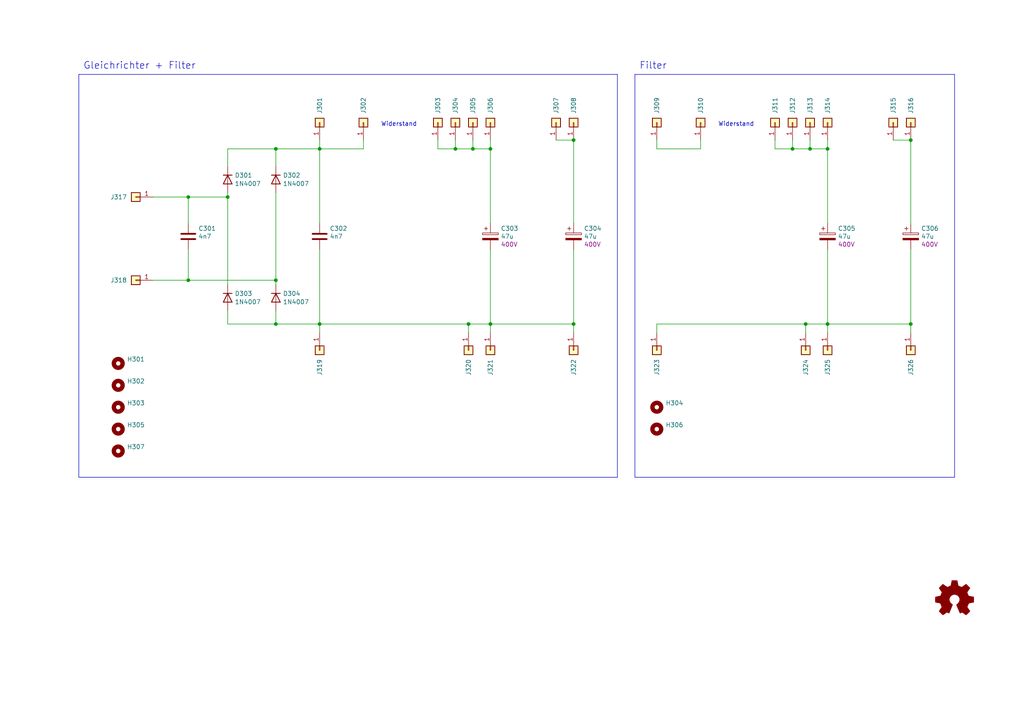
<source format=kicad_sch>
(kicad_sch (version 20230121) (generator eeschema)
  (paper "A4")
  (title_block (title "Reparaturhelfer") (date "2024-01-04") (rev "1-a") (comment 1 "Vereinfachung der Reparatur von Röhrenradios, ") (comment 2 "Erweiterung um Bluetooth."))
  (lib_symbols
    (symbol "Connector_Generic:Conn_01x01" (pin_names (offset 1.016) hide)
      (property "Reference" "J" (at 0 2.54 0))
      (property "Value" "Conn_01x01" (at 0 -2.54 0))
      (symbol "Conn_01x01_1_1"
        (rectangle (start -1.27 0.127) (end 0 -0.127) (stroke (width 0.1524)))
        (rectangle (start -1.27 1.27) (end 1.27 -1.27) (stroke (width 0.254)) (fill (type background)))
        (pin passive line (at -5.08 0 0) (length 3.81) (name "Pin_1") (number "1"))
      )
    )
    (symbol "Device:C" (pin_numbers hide) (pin_names (offset 0.254))
      (property "Reference" "C" (at 0.635 2.54 0))
      (property "Value" "C" (at 0.635 -2.54 0))
      (symbol "C_0_1"
        (polyline (pts (xy -2.032 -0.762) (xy 2.032 -0.762)) (stroke (width 0.508)))
        (polyline (pts (xy -2.032 0.762) (xy 2.032 0.762)) (stroke (width 0.508)))
      )
      (symbol "C_1_1"
        (pin passive line (at 0 3.81 270) (length 2.794) (name "~") (number "1"))
        (pin passive line (at 0 -3.81 90) (length 2.794) (name "~") (number "2"))
      )
    )
    (symbol "Device:D" (pin_numbers hide) (pin_names (offset 1.016) hide)
      (property "Reference" "D" (at 0 2.54 0))
      (property "Value" "D" (at 0 -2.54 0))
      (symbol "D_0_1"
        (polyline (pts (xy -1.27 1.27) (xy -1.27 -1.27)) (stroke (width 0.254)))
        (polyline (pts (xy 1.27 0) (xy -1.27 0)))
        (polyline (pts (xy 1.27 1.27) (xy 1.27 -1.27) (xy -1.27 0) (xy 1.27 1.27)) (stroke (width 0.254)))
      )
      (symbol "D_1_1"
        (pin passive line (at -3.81 0 0) (length 2.54) (name "K") (number "1"))
        (pin passive line (at 3.81 0 180) (length 2.54) (name "A") (number "2"))
      )
    )
    (symbol "Graphic:Logo_Open_Hardware_Small" (pin_names (offset 1.016))
      (symbol "Logo_Open_Hardware_Small_0_1"
        (polyline (pts (xy 3.3528 -4.3434) (xy 3.302 -4.318) (xy 3.175 -4.2418) (xy 2.9972 -4.1148) (xy 2.7686 -3.9624) (xy 2.54 -3.81) (xy 2.3622 -3.7084) (xy 2.2352 -3.6068) (xy 2.1844 -3.5814) (xy 2.159 -3.6068) (xy 2.0574 -3.6576) (xy 1.905 -3.7338) (xy 1.8034 -3.7846) (xy 1.6764 -3.8354) (xy 1.6002 -3.8354) (xy 1.6002 -3.8354) (xy 1.5494 -3.7338) (xy 1.4732 -3.5306) (xy 1.3462 -3.302) (xy 1.2446 -3.0226) (xy 1.1176 -2.7178) (xy 0.9652 -2.413) (xy 0.8636 -2.1082) (xy 0.7366 -1.8288) (xy 0.6604 -1.6256) (xy 0.6096 -1.4732) (xy 0.5842 -1.397) (xy 0.5842 -1.397) (xy 0.6604 -1.3208) (xy 0.7874 -1.2446) (xy 1.0414 -1.016) (xy 1.2954 -0.6858) (xy 1.4478 -0.3302) (xy 1.524 0.0762) (xy 1.4732 0.4572) (xy 1.3208 0.8128) (xy 1.0668 1.143) (xy 0.762 1.3716) (xy 0.4064 1.524) (xy 0 1.5748) (xy -0.381 1.5494) (xy -0.7366 1.397) (xy -1.0668 1.143) (xy -1.2192 0.9906) (xy -1.397 0.6604) (xy -1.524 0.3048) (xy -1.524 0.2286) (xy -1.4986 -0.1778) (xy -1.397 -0.5334) (xy -1.1938 -0.8636) (xy -0.9144 -1.143) (xy -0.8636 -1.1684) (xy -0.7366 -1.27) (xy -0.635 -1.3462) (xy -0.5842 -1.397) (xy -1.0668 -2.5908) (xy -1.143 -2.794) (xy -1.2954 -3.1242) (xy -1.397 -3.4036) (xy -1.4986 -3.6322) (xy -1.5748 -3.7846) (xy -1.6002 -3.8354) (xy -1.6002 -3.8354) (xy -1.651 -3.8354) (xy -1.7272 -3.81) (xy -1.905 -3.7338) (xy -2.0066 -3.683) (xy -2.1336 -3.6068) (xy -2.2098 -3.5814) (xy -2.2606 -3.6068) (xy -2.3622 -3.683) (xy -2.54 -3.81) (xy -2.7686 -3.9624) (xy -2.9718 -4.0894) (xy -3.1496 -4.2164) (xy -3.302 -4.318) (xy -3.3528 -4.3434) (xy -3.3782 -4.3434) (xy -3.429 -4.318) (xy -3.5306 -4.2164) (xy -3.7084 -4.064) (xy -3.937 -3.8354) (xy -3.9624 -3.81) (xy -4.1656 -3.6068) (xy -4.318 -3.4544) (xy -4.4196 -3.3274) (xy -4.445 -3.2766) (xy -4.445 -3.2766) (xy -4.4196 -3.2258) (xy -4.318 -3.0734) (xy -4.2164 -2.8956) (xy -4.064 -2.667) (xy -3.6576 -2.0828) (xy -3.8862 -1.5494) (xy -3.937 -1.3716) (xy -4.0386 -1.1684) (xy -4.0894 -1.0414) (xy -4.1148 -0.9652) (xy -4.191 -0.9398) (xy -4.318 -0.9144) (xy -4.5466 -0.8636) (xy -4.8006 -0.8128) (xy -5.0546 -0.7874) (xy -5.2578 -0.7366) (xy -5.4356 -0.7112) (xy -5.5118 -0.6858) (xy -5.5118 -0.6858) (xy -5.5372 -0.635) (xy -5.5372 -0.5588) (xy -5.5372 -0.4318) (xy -5.5626 -0.2286) (xy -5.5626 0.0762) (xy -5.5626 0.127) (xy -5.5372 0.4064) (xy -5.5372 0.635) (xy -5.5372 0.762) (xy -5.5372 0.8382) (xy -5.5372 0.8382) (xy -5.461 0.8382) (xy -5.3086 0.889) (xy -5.08 0.9144) (xy -4.826 0.9652) (xy -4.8006 0.9906) (xy -4.5466 1.0414) (xy -4.318 1.0668) (xy -4.1656 1.1176) (xy -4.0894 1.143) (xy -4.0894 1.143) (xy -4.0386 1.2446) (xy -3.9624 1.4224) (xy -3.8608 1.6256) (xy -3.7846 1.8288) (xy -3.7084 2.0066) (xy -3.6576 2.159) (xy -3.6322 2.2098) (xy -3.6322 2.2098) (xy -3.683 2.286) (xy -3.7592 2.413) (xy -3.8862 2.5908) (xy -4.064 2.8194) (xy -4.064 2.8448) (xy -4.2164 3.0734) (xy -4.3434 3.2512) (xy -4.4196 3.3782) (xy -4.445 3.4544) (xy -4.445 3.4544) (xy -4.3942 3.5052) (xy -4.2926 3.6322) (xy -4.1148 3.81) (xy -3.937 4.0132) (xy -3.8608 4.064) (xy -3.6576 4.2926) (xy -3.5052 4.4196) (xy -3.4036 4.4958) (xy -3.3528 4.5212) (xy -3.3528 4.5212) (xy -3.302 4.4704) (xy -3.1496 4.3688) (xy -2.9718 4.2418) (xy -2.7432 4.0894) (xy -2.7178 4.0894) (xy -2.4892 3.937) (xy -2.3114 3.81) (xy -2.1844 3.7084) (xy -2.1336 3.683) (xy -2.1082 3.683) (xy -2.032 3.7084) (xy -1.8542 3.7592) (xy -1.6764 3.8354) (xy -1.4732 3.937) (xy -1.27 4.0132) (xy -1.143 4.064) (xy -1.0668 4.1148) (xy -1.0668 4.1148) (xy -1.0414 4.191) (xy -1.016 4.3434) (xy -0.9652 4.572) (xy -0.9144 4.8514) (xy -0.889 4.9022) (xy -0.8382 5.1562) (xy -0.8128 5.3848) (xy -0.7874 5.5372) (xy -0.762 5.588) (xy -0.7112 5.6134) (xy -0.5842 5.6134) (xy -0.4064 5.6134) (xy -0.1524 5.6134) (xy 0.0762 5.6134) (xy 0.3302 5.6134) (xy 0.5334 5.6134) (xy 0.6858 5.588) (xy 0.7366 5.588) (xy 0.7366 5.588) (xy 0.762 5.5118) (xy 0.8128 5.334) (xy 0.8382 5.1054) (xy 0.9144 4.826) (xy 0.9144 4.7752) (xy 0.9652 4.5212) (xy 1.016 4.2926) (xy 1.0414 4.1402) (xy 1.0668 4.0894) (xy 1.0668 4.0894) (xy 1.1938 4.0386) (xy 1.3716 3.9624) (xy 1.5748 3.8608) (xy 2.0828 3.6576) (xy 2.7178 4.0894) (xy 2.7686 4.1402) (xy 2.9972 4.2926) (xy 3.175 4.4196) (xy 3.302 4.4958) (xy 3.3782 4.5212) (xy 3.3782 4.5212) (xy 3.429 4.4704) (xy 3.556 4.3434) (xy 3.7338 4.191) (xy 3.9116 3.9878) (xy 4.064 3.8354) (xy 4.2418 3.6576) (xy 4.3434 3.556) (xy 4.4196 3.4798) (xy 4.4196 3.429) (xy 4.4196 3.4036) (xy 4.3942 3.3274) (xy 4.2926 3.2004) (xy 4.1656 2.9972) (xy 4.0132 2.794) (xy 3.8862 2.5908) (xy 3.7592 2.3876) (xy 3.6576 2.2352) (xy 3.6322 2.159) (xy 3.6322 2.1336) (xy 3.683 2.0066) (xy 3.7592 1.8288) (xy 3.8608 1.6002) (xy 4.064 1.1176) (xy 4.3942 1.0414) (xy 4.5974 1.016) (xy 4.8768 0.9652) (xy 5.1308 0.9144) (xy 5.5372 0.8382) (xy 5.5626 -0.6604) (xy 5.4864 -0.6858) (xy 5.4356 -0.6858) (xy 5.2832 -0.7366) (xy 5.0546 -0.762) (xy 4.8006 -0.8128) (xy 4.5974 -0.8636) (xy 4.3688 -0.9144) (xy 4.2164 -0.9398) (xy 4.1402 -0.9398) (xy 4.1148 -0.9652) (xy 4.064 -1.0668) (xy 3.9878 -1.2446) (xy 3.9116 -1.4478) (xy 3.81 -1.651) (xy 3.7338 -1.8542) (xy 3.683 -2.0066) (xy 3.6576 -2.0828) (xy 3.683 -2.1336) (xy 3.7846 -2.2606) (xy 3.8862 -2.4638) (xy 4.0386 -2.667) (xy 4.191 -2.8956) (xy 4.318 -3.0734) (xy 4.3942 -3.2004) (xy 4.445 -3.2766) (xy 4.4196 -3.3274) (xy 4.3434 -3.429) (xy 4.1656 -3.5814) (xy 3.937 -3.8354) (xy 3.8862 -3.8608) (xy 3.683 -4.064) (xy 3.5306 -4.2164) (xy 3.4036 -4.318) (xy 3.3528 -4.3434)) (fill (type outline)))
      )
    )
    (symbol "Mechanical:MountingHole" (pin_names (offset 1.016))
      (property "Reference" "H" (at 0 5.08 0))
      (property "Value" "MountingHole" (at 0 3.175 0))
      (symbol "MountingHole_0_1"
        (circle (center 0 0) (radius 1.27) (stroke (width 1.27)))
      )
    )
    (symbol "saba-fernbedienung-rescue:CP-Device" (pin_numbers hide) (pin_names (offset 0.254))
      (property "Reference" "C" (at 0.635 2.54 0))
      (property "Value" "Device_CP" (at 0.635 -2.54 0))
      (symbol "CP-Device_0_1"
        (rectangle (start -2.286 0.508) (end 2.286 1.016))
        (polyline (pts (xy -1.778 2.286) (xy -0.762 2.286)))
        (polyline (pts (xy -1.27 2.794) (xy -1.27 1.778)))
        (rectangle (start 2.286 -0.508) (end -2.286 -1.016) (fill (type outline)))
      )
      (symbol "CP-Device_1_1"
        (pin passive line (at 0 3.81 270) (length 2.794) (name "~") (number "1"))
        (pin passive line (at 0 -3.81 90) (length 2.794) (name "~") (number "2"))
      )
    )
  )
  (junction (at 66.04 57.15))
  (junction (at 92.71 93.98))
  (junction (at 142.24 93.98))
  (junction (at 240.03 43.18))
  (junction (at 229.87 43.18))
  (junction (at 264.16 93.98))
  (junction (at 166.37 40.64))
  (junction (at 132.08 43.18))
  (junction (at 54.61 57.15))
  (junction (at 234.95 43.18))
  (junction (at 166.37 93.98))
  (junction (at 54.61 81.28))
  (junction (at 135.89 93.98))
  (junction (at 233.68 93.98))
  (junction (at 80.01 43.18))
  (junction (at 137.16 43.18))
  (junction (at 80.01 81.28))
  (junction (at 142.24 43.18))
  (junction (at 80.01 93.98))
  (junction (at 264.16 40.64))
  (junction (at 92.71 43.18))
  (junction (at 240.03 93.98))
  (wire (pts (xy 132.08 43.18) (xy 137.16 43.18)))
  (wire (pts (xy 240.03 93.98) (xy 240.03 96.52)))
  (wire (pts (xy 224.79 40.64) (xy 224.79 43.18)))
  (wire (pts (xy 229.87 43.18) (xy 224.79 43.18)))
  (wire (pts (xy 80.01 81.28) (xy 80.01 82.55)))
  (wire (pts (xy 44.45 81.28) (xy 54.61 81.28)))
  (wire (pts (xy 80.01 43.18) (xy 92.71 43.18)))
  (polyline (pts (xy 184.15 21.59) (xy 276.86 21.59)))
  (wire (pts (xy 137.16 40.64) (xy 137.16 43.18)))
  (wire (pts (xy 166.37 93.98) (xy 166.37 72.39)))
  (wire (pts (xy 92.71 93.98) (xy 135.89 93.98)))
  (wire (pts (xy 54.61 72.39) (xy 54.61 81.28)))
  (wire (pts (xy 161.29 40.64) (xy 166.37 40.64)))
  (wire (pts (xy 259.08 40.64) (xy 264.16 40.64)))
  (wire (pts (xy 135.89 93.98) (xy 135.89 96.52)))
  (wire (pts (xy 229.87 43.18) (xy 234.95 43.18)))
  (wire (pts (xy 166.37 40.64) (xy 166.37 64.77)))
  (wire (pts (xy 234.95 40.64) (xy 234.95 43.18)))
  (wire (pts (xy 240.03 72.39) (xy 240.03 93.98)))
  (wire (pts (xy 92.71 93.98) (xy 92.71 96.52)))
  (wire (pts (xy 137.16 43.18) (xy 142.24 43.18)))
  (wire (pts (xy 142.24 93.98) (xy 166.37 93.98)))
  (wire (pts (xy 132.08 43.18) (xy 127 43.18)))
  (wire (pts (xy 234.95 43.18) (xy 240.03 43.18)))
  (wire (pts (xy 92.71 43.18) (xy 105.41 43.18)))
  (wire (pts (xy 190.5 93.98) (xy 190.5 96.52)))
  (wire (pts (xy 44.45 57.15) (xy 54.61 57.15)))
  (polyline (pts (xy 276.86 21.59) (xy 276.86 138.43)))
  (wire (pts (xy 92.71 72.39) (xy 92.71 93.98)))
  (wire (pts (xy 264.16 93.98) (xy 264.16 72.39)))
  (wire (pts (xy 66.04 57.15) (xy 66.04 82.55)))
  (polyline (pts (xy 179.07 21.59) (xy 179.07 138.43)))
  (wire (pts (xy 80.01 55.88) (xy 80.01 81.28)))
  (wire (pts (xy 240.03 40.64) (xy 240.03 43.18)))
  (wire (pts (xy 166.37 93.98) (xy 166.37 96.52)))
  (wire (pts (xy 92.71 43.18) (xy 92.71 64.77)))
  (wire (pts (xy 54.61 81.28) (xy 80.01 81.28)))
  (wire (pts (xy 105.41 40.64) (xy 105.41 43.18)))
  (wire (pts (xy 80.01 90.17) (xy 80.01 93.98)))
  (wire (pts (xy 80.01 43.18) (xy 80.01 48.26)))
  (polyline (pts (xy 22.86 21.59) (xy 179.07 21.59)))
  (wire (pts (xy 92.71 43.18) (xy 92.71 40.64)))
  (wire (pts (xy 142.24 93.98) (xy 142.24 96.52)))
  (wire (pts (xy 203.2 40.64) (xy 203.2 43.18)))
  (wire (pts (xy 66.04 48.26) (xy 66.04 43.18)))
  (wire (pts (xy 142.24 43.18) (xy 142.24 64.77)))
  (wire (pts (xy 66.04 55.88) (xy 66.04 57.15)))
  (wire (pts (xy 142.24 40.64) (xy 142.24 43.18)))
  (wire (pts (xy 127 40.64) (xy 127 43.18)))
  (wire (pts (xy 66.04 43.18) (xy 80.01 43.18)))
  (wire (pts (xy 190.5 40.64) (xy 190.5 43.18)))
  (wire (pts (xy 54.61 57.15) (xy 54.61 64.77)))
  (wire (pts (xy 264.16 40.64) (xy 264.16 64.77)))
  (wire (pts (xy 264.16 93.98) (xy 264.16 96.52)))
  (wire (pts (xy 54.61 57.15) (xy 66.04 57.15)))
  (wire (pts (xy 80.01 93.98) (xy 92.71 93.98)))
  (wire (pts (xy 233.68 93.98) (xy 233.68 96.52)))
  (polyline (pts (xy 184.15 21.59) (xy 184.15 138.43)))
  (wire (pts (xy 132.08 40.64) (xy 132.08 43.18)))
  (wire (pts (xy 135.89 93.98) (xy 142.24 93.98)))
  (wire (pts (xy 190.5 43.18) (xy 203.2 43.18)))
  (wire (pts (xy 240.03 43.18) (xy 240.03 64.77)))
  (wire (pts (xy 229.87 40.64) (xy 229.87 43.18)))
  (wire (pts (xy 233.68 93.98) (xy 240.03 93.98)))
  (polyline (pts (xy 179.07 138.43) (xy 22.86 138.43)))
  (polyline (pts (xy 22.86 138.43) (xy 22.86 21.59)))
  (polyline (pts (xy 276.86 138.43) (xy 184.15 138.43)))
  (wire (pts (xy 66.04 93.98) (xy 80.01 93.98)))
  (wire (pts (xy 142.24 72.39) (xy 142.24 93.98)))
  (wire (pts (xy 66.04 90.17) (xy 66.04 93.98)))
  (wire (pts (xy 240.03 93.98) (xy 264.16 93.98)))
  (wire (pts (xy 190.5 93.98) (xy 233.68 93.98)))
  (text "Widerstand" (at 208.28 36.83 0) (effects (font (size 1.27 1.27)) (justify left bottom)))
  (text "Gleichrichter + Filter" (at 24.13 20.32 0) (effects (font (size 2.0066 2.0066)) (justify left bottom)))
  (text "Filter" (at 185.42 20.32 0) (effects (font (size 2.0066 2.0066)) (justify left bottom)))
  (text "Widerstand" (at 110.49 36.83 0) (effects (font (size 1.27 1.27)) (justify left bottom)))
  (symbol (lib_id "Connector_Generic:Conn_01x01") (at 224.79 35.56 270) (mirror x) (unit 1)
    (property "Reference" "J311" (at 224.79 33.02 0) (effects (justify left)))
    (property "Value" "Conn_01x01" (effects hide))
    (property "Footprint" "Connector_PinHeader_2.54mm:PinHeader_1x01_P2.54mm_Vertical" (effects hide))
  )
  (symbol (lib_id "Connector_Generic:Conn_01x01") (at 161.29 35.56 270) (mirror x) (unit 1)
    (property "Reference" "J307" (at 161.29 33.02 0) (effects (justify left)))
    (property "Value" "Conn_01x01" (effects hide))
    (property "Footprint" "Connector_PinHeader_2.54mm:PinHeader_1x01_P2.54mm_Vertical" (effects hide))
  )
  (symbol (lib_id "Connector_Generic:Conn_01x01") (at 127 35.56 270) (mirror x) (unit 1)
    (property "Reference" "J303" (at 127 33.02 0) (effects (justify left)))
    (property "Value" "Conn_01x01" (effects hide))
    (property "Footprint" "Connector_PinHeader_2.54mm:PinHeader_1x01_P2.54mm_Vertical" (effects hide))
  )
  (symbol (lib_id "Device:D") (at 66.04 52.07 270) (unit 1)
    (property "Reference" "D301" (at 68.072 50.8579 90) (effects (justify left)))
    (property "Value" "1N4007" (at 68.072 53.2821 90) (effects (justify left)))
    (property "Footprint" "Diode_THT:D_A-405_P10.16mm_Horizontal" (effects hide))
  )
  (symbol (lib_id "Connector_Generic:Conn_01x01") (at 234.95 35.56 270) (mirror x) (unit 1)
    (property "Reference" "J313" (at 234.95 33.02 0) (effects (justify left)))
    (property "Value" "Conn_01x01" (effects hide))
    (property "Footprint" "Connector_PinHeader_2.54mm:PinHeader_1x01_P2.54mm_Vertical" (effects hide))
  )
  (symbol (lib_id "Mechanical:MountingHole") (at 34.29 130.81 0) (unit 1)
    (property "Reference" "H307" (at 36.83 129.5979 0) (effects (justify left)))
    (property "Value" "MountingHole" (effects hide))
    (property "Footprint" "MountingHole:MountingHole_4.3mm_M4" (effects hide))
  )
  (symbol (lib_id "Connector_Generic:Conn_01x01") (at 92.71 101.6 90) (mirror x) (unit 1)
    (property "Reference" "J319" (at 92.71 104.14 0) (effects (justify left)))
    (property "Value" "Conn_01x01" (effects hide))
    (property "Footprint" "Connector_PinHeader_2.54mm:PinHeader_1x01_P2.54mm_Vertical" (effects hide))
  )
  (symbol (lib_id "Connector_Generic:Conn_01x01") (at 259.08 35.56 270) (mirror x) (unit 1)
    (property "Reference" "J315" (at 259.08 33.02 0) (effects (justify left)))
    (property "Value" "Conn_01x01" (effects hide))
    (property "Footprint" "Connector_PinHeader_2.54mm:PinHeader_1x01_P2.54mm_Vertical" (effects hide))
  )
  (symbol (lib_id "Device:C") (at 54.61 68.58 0) (unit 1)
    (property "Reference" "C301" (at 57.531 66.2686 0) (effects (justify left)))
    (property "Value" "4n7" (at 57.531 68.58 0) (effects (justify left)))
    (property "Footprint" "Capacitor_THT:C_Rect_L13.0mm_W3.0mm_P10.00mm_FKS3_FKP3_MKS4" (effects hide))
    (property "Bauteil" "MKS4 4700/1000" (effects hide))
  )
  (symbol (lib_id "Mechanical:MountingHole") (at 190.5 124.46 0) (unit 1)
    (property "Reference" "H306" (at 193.04 123.2479 0) (effects (justify left)))
    (property "Value" "MountingHole" (effects hide))
    (property "Footprint" "MountingHole:MountingHole_4.3mm_M4" (effects hide))
  )
  (symbol (lib_id "Mechanical:MountingHole") (at 34.29 111.76 0) (unit 1)
    (property "Reference" "H302" (at 36.83 110.5479 0) (effects (justify left)))
    (property "Value" "MountingHole" (effects hide))
    (property "Footprint" "MountingHole:MountingHole_4.3mm_M4" (effects hide))
  )
  (symbol (lib_id "Connector_Generic:Conn_01x01") (at 190.5 35.56 270) (mirror x) (unit 1)
    (property "Reference" "J309" (at 190.5 33.02 0) (effects (justify left)))
    (property "Value" "Conn_01x01" (effects hide))
    (property "Footprint" "Connector_PinHeader_2.54mm:PinHeader_1x01_P2.54mm_Vertical" (effects hide))
  )
  (symbol (lib_id "Connector_Generic:Conn_01x01") (at 203.2 35.56 270) (mirror x) (unit 1)
    (property "Reference" "J310" (at 203.2 33.02 0) (effects (justify left)))
    (property "Value" "Conn_01x01" (effects hide))
    (property "Footprint" "Connector_PinHeader_2.54mm:PinHeader_1x01_P2.54mm_Vertical" (effects hide))
  )
  (symbol (lib_id "saba-fernbedienung-rescue:CP-Device") (at 264.16 68.58 0) (unit 1)
    (property "Reference" "C306" (at 267.1572 66.2686 0) (effects (justify left)))
    (property "Value" "47u" (at 267.1572 68.58 0) (effects (justify left)))
    (property "Footprint" "Capacitor_THT:CP_Radial_D16.0mm_P7.50mm" (effects hide))
    (property "Voltage" "400V" (at 267.1572 70.8914 0) (effects (justify left)))
  )
  (symbol (lib_id "Connector_Generic:Conn_01x01") (at 137.16 35.56 270) (mirror x) (unit 1)
    (property "Reference" "J305" (at 137.16 33.02 0) (effects (justify left)))
    (property "Value" "Conn_01x01" (effects hide))
    (property "Footprint" "Connector_PinHeader_2.54mm:PinHeader_1x01_P2.54mm_Vertical" (effects hide))
  )
  (symbol (lib_id "Connector_Generic:Conn_01x01") (at 166.37 101.6 90) (mirror x) (unit 1)
    (property "Reference" "J322" (at 166.37 104.14 0) (effects (justify left)))
    (property "Value" "Conn_01x01" (effects hide))
    (property "Footprint" "Connector_PinHeader_2.54mm:PinHeader_1x01_P2.54mm_Vertical" (effects hide))
  )
  (symbol (lib_id "Connector_Generic:Conn_01x01") (at 233.68 101.6 90) (mirror x) (unit 1)
    (property "Reference" "J324" (at 233.68 104.14 0) (effects (justify left)))
    (property "Value" "Conn_01x01" (effects hide))
    (property "Footprint" "Connector_PinHeader_2.54mm:PinHeader_1x01_P2.54mm_Vertical" (effects hide))
  )
  (symbol (lib_id "Connector_Generic:Conn_01x01") (at 240.03 101.6 90) (mirror x) (unit 1)
    (property "Reference" "J325" (at 240.03 104.14 0) (effects (justify left)))
    (property "Value" "Conn_01x01" (effects hide))
    (property "Footprint" "Connector_PinHeader_2.54mm:PinHeader_1x01_P2.54mm_Vertical" (effects hide))
  )
  (symbol (lib_id "Connector_Generic:Conn_01x01") (at 142.24 35.56 270) (mirror x) (unit 1)
    (property "Reference" "J306" (at 142.24 33.02 0) (effects (justify left)))
    (property "Value" "Conn_01x01" (effects hide))
    (property "Footprint" "Connector_PinHeader_2.54mm:PinHeader_1x01_P2.54mm_Vertical" (effects hide))
  )
  (symbol (lib_id "Connector_Generic:Conn_01x01") (at 105.41 35.56 270) (mirror x) (unit 1)
    (property "Reference" "J302" (at 105.41 33.02 0) (effects (justify left)))
    (property "Value" "Conn_01x01" (effects hide))
    (property "Footprint" "Connector_PinHeader_2.54mm:PinHeader_1x01_P2.54mm_Vertical" (effects hide))
  )
  (symbol (lib_id "Connector_Generic:Conn_01x01") (at 166.37 35.56 270) (mirror x) (unit 1)
    (property "Reference" "J308" (at 166.37 33.02 0) (effects (justify left)))
    (property "Value" "Conn_01x01" (effects hide))
    (property "Footprint" "Connector_PinHeader_2.54mm:PinHeader_1x01_P2.54mm_Vertical" (effects hide))
  )
  (symbol (lib_id "Device:D") (at 80.01 86.36 270) (unit 1)
    (property "Reference" "D304" (at 82.042 85.1479 90) (effects (justify left)))
    (property "Value" "1N4007" (at 82.042 87.5721 90) (effects (justify left)))
    (property "Footprint" "Diode_THT:D_A-405_P10.16mm_Horizontal" (effects hide))
  )
  (symbol (lib_id "Mechanical:MountingHole") (at 34.29 124.46 0) (unit 1)
    (property "Reference" "H305" (at 36.83 123.2479 0) (effects (justify left)))
    (property "Value" "MountingHole" (effects hide))
    (property "Footprint" "MountingHole:MountingHole_4.3mm_M4" (effects hide))
  )
  (symbol (lib_id "Connector_Generic:Conn_01x01") (at 240.03 35.56 270) (mirror x) (unit 1)
    (property "Reference" "J314" (at 240.03 33.02 0) (effects (justify left)))
    (property "Value" "Conn_01x01" (effects hide))
    (property "Footprint" "Connector_PinHeader_2.54mm:PinHeader_1x01_P2.54mm_Vertical" (effects hide))
  )
  (symbol (lib_id "saba-fernbedienung-rescue:CP-Device") (at 142.24 68.58 0) (unit 1)
    (property "Reference" "C303" (at 145.2372 66.2686 0) (effects (justify left)))
    (property "Value" "47u" (at 145.2372 68.58 0) (effects (justify left)))
    (property "Footprint" "Capacitor_THT:CP_Radial_D16.0mm_P7.50mm" (effects hide))
    (property "Voltage" "400V" (at 145.2372 70.8914 0) (effects (justify left)))
  )
  (symbol (lib_id "Connector_Generic:Conn_01x01") (at 142.24 101.6 90) (mirror x) (unit 1)
    (property "Reference" "J321" (at 142.24 104.14 0) (effects (justify left)))
    (property "Value" "Conn_01x01" (effects hide))
    (property "Footprint" "Connector_PinHeader_2.54mm:PinHeader_1x01_P2.54mm_Vertical" (effects hide))
  )
  (symbol (lib_id "Connector_Generic:Conn_01x01") (at 264.16 101.6 90) (mirror x) (unit 1)
    (property "Reference" "J326" (at 264.16 104.14 0) (effects (justify left)))
    (property "Value" "Conn_01x01" (effects hide))
    (property "Footprint" "Connector_PinHeader_2.54mm:PinHeader_1x01_P2.54mm_Vertical" (effects hide))
  )
  (symbol (lib_id "Connector_Generic:Conn_01x01") (at 229.87 35.56 270) (mirror x) (unit 1)
    (property "Reference" "J312" (at 229.87 33.02 0) (effects (justify left)))
    (property "Value" "Conn_01x01" (effects hide))
    (property "Footprint" "Connector_PinHeader_2.54mm:PinHeader_1x01_P2.54mm_Vertical" (effects hide))
  )
  (symbol (lib_id "Connector_Generic:Conn_01x01") (at 39.37 57.15 0) (mirror y) (unit 1)
    (property "Reference" "J317" (at 36.83 57.15 0) (effects (justify left)))
    (property "Value" "Conn_01x01" (effects hide))
    (property "Footprint" "Connector_PinHeader_2.54mm:PinHeader_1x01_P2.54mm_Vertical" (effects hide))
  )
  (symbol (lib_id "Mechanical:MountingHole") (at 34.29 105.41 0) (unit 1)
    (property "Reference" "H301" (at 36.83 104.1979 0) (effects (justify left)))
    (property "Value" "MountingHole" (effects hide))
    (property "Footprint" "MountingHole:MountingHole_4.3mm_M4" (effects hide))
  )
  (symbol (lib_id "Device:D") (at 80.01 52.07 270) (unit 1)
    (property "Reference" "D302" (at 82.042 50.8579 90) (effects (justify left)))
    (property "Value" "1N4007" (at 82.042 53.2821 90) (effects (justify left)))
    (property "Footprint" "Diode_THT:D_A-405_P10.16mm_Horizontal" (effects hide))
  )
  (symbol (lib_id "Device:D") (at 66.04 86.36 270) (unit 1)
    (property "Reference" "D303" (at 68.072 85.1479 90) (effects (justify left)))
    (property "Value" "1N4007" (at 68.072 87.5721 90) (effects (justify left)))
    (property "Footprint" "Diode_THT:D_A-405_P10.16mm_Horizontal" (effects hide))
  )
  (symbol (lib_id "Connector_Generic:Conn_01x01") (at 39.37 81.28 0) (mirror y) (unit 1)
    (property "Reference" "J318" (at 36.83 81.28 0) (effects (justify left)))
    (property "Value" "Conn_01x01" (effects hide))
    (property "Footprint" "Connector_PinHeader_2.54mm:PinHeader_1x01_P2.54mm_Vertical" (effects hide))
  )
  (symbol (lib_id "Mechanical:MountingHole") (at 190.5 118.11 0) (unit 1)
    (property "Reference" "H304" (at 193.04 116.8979 0) (effects (justify left)))
    (property "Value" "MountingHole" (effects hide))
    (property "Footprint" "MountingHole:MountingHole_4.3mm_M4" (effects hide))
  )
  (symbol (lib_id "Device:C") (at 92.71 68.58 0) (unit 1)
    (property "Reference" "C302" (at 95.631 66.2686 0) (effects (justify left)))
    (property "Value" "4n7" (at 95.631 68.58 0) (effects (justify left)))
    (property "Footprint" "Capacitor_THT:C_Rect_L13.0mm_W3.0mm_P10.00mm_FKS3_FKP3_MKS4" (effects hide))
    (property "Bauteil" "MKS4 4700/1000" (effects hide))
  )
  (symbol (lib_id "saba-fernbedienung-rescue:CP-Device") (at 166.37 68.58 0) (unit 1)
    (property "Reference" "C304" (at 169.3672 66.2686 0) (effects (justify left)))
    (property "Value" "47u" (at 169.3672 68.58 0) (effects (justify left)))
    (property "Footprint" "Capacitor_THT:CP_Radial_D16.0mm_P7.50mm" (effects hide))
    (property "Voltage" "400V" (at 169.3672 70.8914 0) (effects (justify left)))
  )
  (symbol (lib_id "Connector_Generic:Conn_01x01") (at 264.16 35.56 270) (mirror x) (unit 1)
    (property "Reference" "J316" (at 264.16 33.02 0) (effects (justify left)))
    (property "Value" "Conn_01x01" (effects hide))
    (property "Footprint" "Connector_PinHeader_2.54mm:PinHeader_1x01_P2.54mm_Vertical" (effects hide))
  )
  (symbol (lib_id "Connector_Generic:Conn_01x01") (at 92.71 35.56 270) (mirror x) (unit 1)
    (property "Reference" "J301" (at 92.71 33.02 0) (effects (justify left)))
    (property "Value" "Conn_01x01" (effects hide))
    (property "Footprint" "Connector_PinHeader_2.54mm:PinHeader_1x01_P2.54mm_Vertical" (effects hide))
  )
  (symbol (lib_id "Mechanical:MountingHole") (at 34.29 118.11 0) (unit 1)
    (property "Reference" "H303" (at 36.83 116.8979 0) (effects (justify left)))
    (property "Value" "MountingHole" (effects hide))
    (property "Footprint" "MountingHole:MountingHole_4.3mm_M4" (effects hide))
  )
  (symbol (lib_id "Connector_Generic:Conn_01x01") (at 135.89 101.6 90) (mirror x) (unit 1)
    (property "Reference" "J320" (at 135.89 104.14 0) (effects (justify left)))
    (property "Value" "Conn_01x01" (effects hide))
    (property "Footprint" "Connector_PinHeader_2.54mm:PinHeader_1x01_P2.54mm_Vertical" (effects hide))
  )
  (symbol (lib_id "saba-fernbedienung-rescue:CP-Device") (at 240.03 68.58 0) (unit 1)
    (property "Reference" "C305" (at 243.0272 66.2686 0) (effects (justify left)))
    (property "Value" "47u" (at 243.0272 68.58 0) (effects (justify left)))
    (property "Footprint" "Capacitor_THT:CP_Radial_D16.0mm_P7.50mm" (effects hide))
    (property "Voltage" "400V" (at 243.0272 70.8914 0) (effects (justify left)))
  )
  (symbol (lib_id "Connector_Generic:Conn_01x01") (at 132.08 35.56 270) (mirror x) (unit 1)
    (property "Reference" "J304" (at 132.08 33.02 0) (effects (justify left)))
    (property "Value" "Conn_01x01" (effects hide))
    (property "Footprint" "Connector_PinHeader_2.54mm:PinHeader_1x01_P2.54mm_Vertical" (effects hide))
  )
  (symbol (lib_id "Connector_Generic:Conn_01x01") (at 190.5 101.6 90) (mirror x) (unit 1)
    (property "Reference" "J323" (at 190.5 104.14 0) (effects (justify left)))
    (property "Value" "Conn_01x01" (effects hide))
    (property "Footprint" "Connector_PinHeader_2.54mm:PinHeader_1x01_P2.54mm_Vertical" (effects hide))
  )
  (symbol (lib_id "Graphic:Logo_Open_Hardware_Small") (at 276.86 173.99 0) (unit 1)
    (property "Reference" "#LOGO301" (effects hide))
    (property "Value" "Logo_Open_Hardware_Small" (effects hide))
  )
)
</source>
